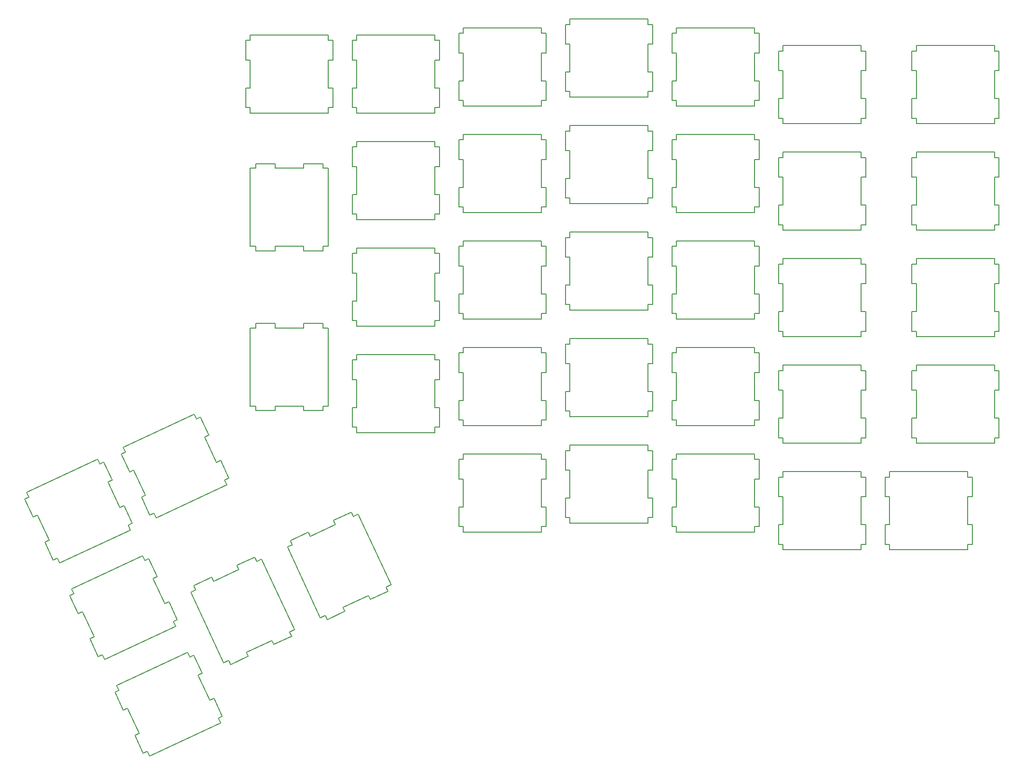
<source format=gbr>
G04 #@! TF.GenerationSoftware,KiCad,Pcbnew,5.0.2+dfsg1-1*
G04 #@! TF.CreationDate,2021-01-12T18:46:28+01:00*
G04 #@! TF.ProjectId,ErgoDOX,4572676f-444f-4582-9e6b-696361645f70,rev?*
G04 #@! TF.SameCoordinates,Original*
G04 #@! TF.FileFunction,Other,ECO2*
%FSLAX46Y46*%
G04 Gerber Fmt 4.6, Leading zero omitted, Abs format (unit mm)*
G04 Created by KiCad (PCBNEW 5.0.2+dfsg1-1) date Tue 12 Jan 2021 06:46:28 PM CET*
%MOMM*%
%LPD*%
G01*
G04 APERTURE LIST*
%ADD10C,0.152400*%
G04 APERTURE END LIST*
D10*
G04 #@! TO.C,SW1:9*
X103505000Y-134023100D02*
X103505000Y-133042660D01*
X102692200Y-134023100D02*
X103505000Y-134023100D01*
X102692200Y-137523220D02*
X102692200Y-134023100D01*
X103505000Y-137523220D02*
X102692200Y-137523220D01*
X103505000Y-142532100D02*
X103505000Y-137523220D01*
X102692200Y-142532100D02*
X103505000Y-142532100D01*
X102692200Y-146032220D02*
X102692200Y-142532100D01*
X103505000Y-146032220D02*
X102692200Y-146032220D01*
X103505000Y-147012660D02*
X103505000Y-146032220D01*
X117475000Y-147012660D02*
X103505000Y-147012660D01*
X117475000Y-146032220D02*
X117475000Y-147012660D01*
X118287800Y-146032220D02*
X117475000Y-146032220D01*
X118287800Y-142532100D02*
X118287800Y-146032220D01*
X117475000Y-142532100D02*
X118287800Y-142532100D01*
X117475000Y-137523220D02*
X117475000Y-142532100D01*
X118287800Y-137523220D02*
X117475000Y-137523220D01*
X118287800Y-134023100D02*
X118287800Y-137523220D01*
X117475000Y-134023100D02*
X118287800Y-134023100D01*
X117475000Y-133042660D02*
X117475000Y-134023100D01*
X103505000Y-133042660D02*
X117475000Y-133042660D01*
G04 #@! TO.C,SW0:10*
X78812869Y-161933677D02*
X77924289Y-162348028D01*
X79156373Y-162670324D02*
X78812869Y-161933677D01*
X82328559Y-161191109D02*
X79156373Y-162670324D01*
X81985055Y-160454462D02*
X82328559Y-161191109D01*
X86524642Y-158337618D02*
X81985055Y-160454462D01*
X86868146Y-159074265D02*
X86524642Y-158337618D01*
X90040332Y-157595050D02*
X86868146Y-159074265D01*
X89696828Y-156858403D02*
X90040332Y-157595050D01*
X90585408Y-156444051D02*
X89696828Y-156858403D01*
X84681431Y-143782932D02*
X90585408Y-156444051D01*
X83792851Y-144197283D02*
X84681431Y-143782932D01*
X83449347Y-143460636D02*
X83792851Y-144197283D01*
X80277161Y-144939851D02*
X83449347Y-143460636D01*
X80620665Y-145676498D02*
X80277161Y-144939851D01*
X76081078Y-147793342D02*
X80620665Y-145676498D01*
X75737574Y-147056695D02*
X76081078Y-147793342D01*
X72565388Y-148535910D02*
X75737574Y-147056695D01*
X72908892Y-149272557D02*
X72565388Y-148535910D01*
X72020312Y-149686909D02*
X72908892Y-149272557D01*
X77924289Y-162348028D02*
X72020312Y-149686909D01*
G04 #@! TO.C,SW1:13*
X179705000Y-136217660D02*
X193675000Y-136217660D01*
X193675000Y-136217660D02*
X193675000Y-137198100D01*
X193675000Y-137198100D02*
X194487800Y-137198100D01*
X194487800Y-137198100D02*
X194487800Y-140698220D01*
X194487800Y-140698220D02*
X193675000Y-140698220D01*
X193675000Y-140698220D02*
X193675000Y-145707100D01*
X193675000Y-145707100D02*
X194487800Y-145707100D01*
X194487800Y-145707100D02*
X194487800Y-149207220D01*
X194487800Y-149207220D02*
X193675000Y-149207220D01*
X193675000Y-149207220D02*
X193675000Y-150187660D01*
X193675000Y-150187660D02*
X179705000Y-150187660D01*
X179705000Y-150187660D02*
X179705000Y-149207220D01*
X179705000Y-149207220D02*
X178892200Y-149207220D01*
X178892200Y-149207220D02*
X178892200Y-145707100D01*
X178892200Y-145707100D02*
X179705000Y-145707100D01*
X179705000Y-145707100D02*
X179705000Y-140698220D01*
X179705000Y-140698220D02*
X178892200Y-140698220D01*
X178892200Y-140698220D02*
X178892200Y-137198100D01*
X178892200Y-137198100D02*
X179705000Y-137198100D01*
X179705000Y-137198100D02*
X179705000Y-136217660D01*
G04 #@! TO.C,SW2:13*
X184467500Y-117167660D02*
X198437500Y-117167660D01*
X198437500Y-117167660D02*
X198437500Y-118148100D01*
X198437500Y-118148100D02*
X199250300Y-118148100D01*
X199250300Y-118148100D02*
X199250300Y-121648220D01*
X199250300Y-121648220D02*
X198437500Y-121648220D01*
X198437500Y-121648220D02*
X198437500Y-126657100D01*
X198437500Y-126657100D02*
X199250300Y-126657100D01*
X199250300Y-126657100D02*
X199250300Y-130157220D01*
X199250300Y-130157220D02*
X198437500Y-130157220D01*
X198437500Y-130157220D02*
X198437500Y-131137660D01*
X198437500Y-131137660D02*
X184467500Y-131137660D01*
X184467500Y-131137660D02*
X184467500Y-130157220D01*
X184467500Y-130157220D02*
X183654700Y-130157220D01*
X183654700Y-130157220D02*
X183654700Y-126657100D01*
X183654700Y-126657100D02*
X184467500Y-126657100D01*
X184467500Y-126657100D02*
X184467500Y-121648220D01*
X184467500Y-121648220D02*
X183654700Y-121648220D01*
X183654700Y-121648220D02*
X183654700Y-118148100D01*
X183654700Y-118148100D02*
X184467500Y-118148100D01*
X184467500Y-118148100D02*
X184467500Y-117167660D01*
G04 #@! TO.C,SW3:13*
X184467500Y-99098100D02*
X184467500Y-98117660D01*
X183654700Y-99098100D02*
X184467500Y-99098100D01*
X183654700Y-102598220D02*
X183654700Y-99098100D01*
X184467500Y-102598220D02*
X183654700Y-102598220D01*
X184467500Y-107607100D02*
X184467500Y-102598220D01*
X183654700Y-107607100D02*
X184467500Y-107607100D01*
X183654700Y-111107220D02*
X183654700Y-107607100D01*
X184467500Y-111107220D02*
X183654700Y-111107220D01*
X184467500Y-112087660D02*
X184467500Y-111107220D01*
X198437500Y-112087660D02*
X184467500Y-112087660D01*
X198437500Y-111107220D02*
X198437500Y-112087660D01*
X199250300Y-111107220D02*
X198437500Y-111107220D01*
X199250300Y-107607100D02*
X199250300Y-111107220D01*
X198437500Y-107607100D02*
X199250300Y-107607100D01*
X198437500Y-102598220D02*
X198437500Y-107607100D01*
X199250300Y-102598220D02*
X198437500Y-102598220D01*
X199250300Y-99098100D02*
X199250300Y-102598220D01*
X198437500Y-99098100D02*
X199250300Y-99098100D01*
X198437500Y-98117660D02*
X198437500Y-99098100D01*
X184467500Y-98117660D02*
X198437500Y-98117660D01*
G04 #@! TO.C,SW4:13*
X184467500Y-80048100D02*
X184467500Y-79067660D01*
X183654700Y-80048100D02*
X184467500Y-80048100D01*
X183654700Y-83548220D02*
X183654700Y-80048100D01*
X184467500Y-83548220D02*
X183654700Y-83548220D01*
X184467500Y-88557100D02*
X184467500Y-83548220D01*
X183654700Y-88557100D02*
X184467500Y-88557100D01*
X183654700Y-92057220D02*
X183654700Y-88557100D01*
X184467500Y-92057220D02*
X183654700Y-92057220D01*
X184467500Y-93037660D02*
X184467500Y-92057220D01*
X198437500Y-93037660D02*
X184467500Y-93037660D01*
X198437500Y-92057220D02*
X198437500Y-93037660D01*
X199250300Y-92057220D02*
X198437500Y-92057220D01*
X199250300Y-88557100D02*
X199250300Y-92057220D01*
X198437500Y-88557100D02*
X199250300Y-88557100D01*
X198437500Y-83548220D02*
X198437500Y-88557100D01*
X199250300Y-83548220D02*
X198437500Y-83548220D01*
X199250300Y-80048100D02*
X199250300Y-83548220D01*
X198437500Y-80048100D02*
X199250300Y-80048100D01*
X198437500Y-79067660D02*
X198437500Y-80048100D01*
X184467500Y-79067660D02*
X198437500Y-79067660D01*
G04 #@! TO.C,SW5:13*
X184467500Y-60020200D02*
X198437500Y-60020200D01*
X198437500Y-60020200D02*
X198437500Y-61000640D01*
X198437500Y-61000640D02*
X199250300Y-61000640D01*
X199250300Y-61000640D02*
X199250300Y-64500760D01*
X199250300Y-64500760D02*
X198437500Y-64500760D01*
X198437500Y-64500760D02*
X198437500Y-69509640D01*
X198437500Y-69509640D02*
X199250300Y-69509640D01*
X199250300Y-69509640D02*
X199250300Y-73009760D01*
X199250300Y-73009760D02*
X198437500Y-73009760D01*
X198437500Y-73009760D02*
X198437500Y-73990200D01*
X198437500Y-73990200D02*
X184467500Y-73990200D01*
X184467500Y-73990200D02*
X184467500Y-73009760D01*
X184467500Y-73009760D02*
X183654700Y-73009760D01*
X183654700Y-73009760D02*
X183654700Y-69509640D01*
X183654700Y-69509640D02*
X184467500Y-69509640D01*
X184467500Y-69509640D02*
X184467500Y-64500760D01*
X184467500Y-64500760D02*
X183654700Y-64500760D01*
X183654700Y-64500760D02*
X183654700Y-61000640D01*
X183654700Y-61000640D02*
X184467500Y-61000640D01*
X184467500Y-61000640D02*
X184467500Y-60020200D01*
G04 #@! TO.C,SW5:8*
X84455000Y-59095640D02*
X84455000Y-58115200D01*
X83642200Y-59095640D02*
X84455000Y-59095640D01*
X83642200Y-62595760D02*
X83642200Y-59095640D01*
X84455000Y-62595760D02*
X83642200Y-62595760D01*
X84455000Y-67604640D02*
X84455000Y-62595760D01*
X83642200Y-67604640D02*
X84455000Y-67604640D01*
X83642200Y-71104760D02*
X83642200Y-67604640D01*
X84455000Y-71104760D02*
X83642200Y-71104760D01*
X84455000Y-72085200D02*
X84455000Y-71104760D01*
X98425000Y-72085200D02*
X84455000Y-72085200D01*
X98425000Y-71104760D02*
X98425000Y-72085200D01*
X99237800Y-71104760D02*
X98425000Y-71104760D01*
X99237800Y-67604640D02*
X99237800Y-71104760D01*
X98425000Y-67604640D02*
X99237800Y-67604640D01*
X98425000Y-62595760D02*
X98425000Y-67604640D01*
X99237800Y-62595760D02*
X98425000Y-62595760D01*
X99237800Y-59095640D02*
X99237800Y-62595760D01*
X98425000Y-59095640D02*
X99237800Y-59095640D01*
X98425000Y-58115200D02*
X98425000Y-59095640D01*
X84455000Y-58115200D02*
X98425000Y-58115200D01*
G04 #@! TO.C,SW4:11*
X141605000Y-76873100D02*
X141605000Y-75892660D01*
X140792200Y-76873100D02*
X141605000Y-76873100D01*
X140792200Y-80373220D02*
X140792200Y-76873100D01*
X141605000Y-80373220D02*
X140792200Y-80373220D01*
X141605000Y-85382100D02*
X141605000Y-80373220D01*
X140792200Y-85382100D02*
X141605000Y-85382100D01*
X140792200Y-88882220D02*
X140792200Y-85382100D01*
X141605000Y-88882220D02*
X140792200Y-88882220D01*
X141605000Y-89862660D02*
X141605000Y-88882220D01*
X155575000Y-89862660D02*
X141605000Y-89862660D01*
X155575000Y-88882220D02*
X155575000Y-89862660D01*
X156387800Y-88882220D02*
X155575000Y-88882220D01*
X156387800Y-85382100D02*
X156387800Y-88882220D01*
X155575000Y-85382100D02*
X156387800Y-85382100D01*
X155575000Y-80373220D02*
X155575000Y-85382100D01*
X156387800Y-80373220D02*
X155575000Y-80373220D01*
X156387800Y-76873100D02*
X156387800Y-80373220D01*
X155575000Y-76873100D02*
X156387800Y-76873100D01*
X155575000Y-75892660D02*
X155575000Y-76873100D01*
X141605000Y-75892660D02*
X155575000Y-75892660D01*
G04 #@! TO.C,SW0:11*
X61548489Y-169985477D02*
X60659909Y-170399828D01*
X61891993Y-170722124D02*
X61548489Y-169985477D01*
X65064179Y-169242909D02*
X61891993Y-170722124D01*
X64720675Y-168506262D02*
X65064179Y-169242909D01*
X69260262Y-166389418D02*
X64720675Y-168506262D01*
X69603766Y-167126065D02*
X69260262Y-166389418D01*
X72775952Y-165646850D02*
X69603766Y-167126065D01*
X72432448Y-164910203D02*
X72775952Y-165646850D01*
X73321028Y-164495851D02*
X72432448Y-164910203D01*
X67417051Y-151834732D02*
X73321028Y-164495851D01*
X66528471Y-152249083D02*
X67417051Y-151834732D01*
X66184967Y-151512436D02*
X66528471Y-152249083D01*
X63012781Y-152991651D02*
X66184967Y-151512436D01*
X63356285Y-153728298D02*
X63012781Y-152991651D01*
X58816698Y-155845142D02*
X63356285Y-153728298D01*
X58473194Y-155108495D02*
X58816698Y-155845142D01*
X55301008Y-156587710D02*
X58473194Y-155108495D01*
X55644512Y-157324357D02*
X55301008Y-156587710D01*
X54755932Y-157738709D02*
X55644512Y-157324357D01*
X60659909Y-170399828D02*
X54755932Y-157738709D01*
G04 #@! TO.C,SW1:10*
X122555000Y-132425440D02*
X122555000Y-131445000D01*
X121742200Y-132425440D02*
X122555000Y-132425440D01*
X121742200Y-135925560D02*
X121742200Y-132425440D01*
X122555000Y-135925560D02*
X121742200Y-135925560D01*
X122555000Y-140934440D02*
X122555000Y-135925560D01*
X121742200Y-140934440D02*
X122555000Y-140934440D01*
X121742200Y-144434560D02*
X121742200Y-140934440D01*
X122555000Y-144434560D02*
X121742200Y-144434560D01*
X122555000Y-145415000D02*
X122555000Y-144434560D01*
X136525000Y-145415000D02*
X122555000Y-145415000D01*
X136525000Y-144434560D02*
X136525000Y-145415000D01*
X137337800Y-144434560D02*
X136525000Y-144434560D01*
X137337800Y-140934440D02*
X137337800Y-144434560D01*
X136525000Y-140934440D02*
X137337800Y-140934440D01*
X136525000Y-135925560D02*
X136525000Y-140934440D01*
X137337800Y-135925560D02*
X136525000Y-135925560D01*
X137337800Y-132425440D02*
X137337800Y-135925560D01*
X136525000Y-132425440D02*
X137337800Y-132425440D01*
X136525000Y-131445000D02*
X136525000Y-132425440D01*
X122555000Y-131445000D02*
X136525000Y-131445000D01*
G04 #@! TO.C,SW1:12*
X160655000Y-137198100D02*
X160655000Y-136217660D01*
X159842200Y-137198100D02*
X160655000Y-137198100D01*
X159842200Y-140698220D02*
X159842200Y-137198100D01*
X160655000Y-140698220D02*
X159842200Y-140698220D01*
X160655000Y-145707100D02*
X160655000Y-140698220D01*
X159842200Y-145707100D02*
X160655000Y-145707100D01*
X159842200Y-149207220D02*
X159842200Y-145707100D01*
X160655000Y-149207220D02*
X159842200Y-149207220D01*
X160655000Y-150187660D02*
X160655000Y-149207220D01*
X174625000Y-150187660D02*
X160655000Y-150187660D01*
X174625000Y-149207220D02*
X174625000Y-150187660D01*
X175437800Y-149207220D02*
X174625000Y-149207220D01*
X175437800Y-145707100D02*
X175437800Y-149207220D01*
X174625000Y-145707100D02*
X175437800Y-145707100D01*
X174625000Y-140698220D02*
X174625000Y-145707100D01*
X175437800Y-140698220D02*
X174625000Y-140698220D01*
X175437800Y-137198100D02*
X175437800Y-140698220D01*
X174625000Y-137198100D02*
X175437800Y-137198100D01*
X174625000Y-136217660D02*
X174625000Y-137198100D01*
X160655000Y-136217660D02*
X174625000Y-136217660D01*
G04 #@! TO.C,SW2:8*
X84455000Y-116243100D02*
X84455000Y-115262660D01*
X83642200Y-116243100D02*
X84455000Y-116243100D01*
X83642200Y-119743220D02*
X83642200Y-116243100D01*
X84455000Y-119743220D02*
X83642200Y-119743220D01*
X84455000Y-124752100D02*
X84455000Y-119743220D01*
X83642200Y-124752100D02*
X84455000Y-124752100D01*
X83642200Y-128252220D02*
X83642200Y-124752100D01*
X84455000Y-128252220D02*
X83642200Y-128252220D01*
X84455000Y-129232660D02*
X84455000Y-128252220D01*
X98425000Y-129232660D02*
X84455000Y-129232660D01*
X98425000Y-128252220D02*
X98425000Y-129232660D01*
X99237800Y-128252220D02*
X98425000Y-128252220D01*
X99237800Y-124752100D02*
X99237800Y-128252220D01*
X98425000Y-124752100D02*
X99237800Y-124752100D01*
X98425000Y-119743220D02*
X98425000Y-124752100D01*
X99237800Y-119743220D02*
X98425000Y-119743220D01*
X99237800Y-116243100D02*
X99237800Y-119743220D01*
X98425000Y-116243100D02*
X99237800Y-116243100D01*
X98425000Y-115262660D02*
X98425000Y-116243100D01*
X84455000Y-115262660D02*
X98425000Y-115262660D01*
G04 #@! TO.C,SW2:9*
X103505000Y-114973100D02*
X103505000Y-113992660D01*
X102692200Y-114973100D02*
X103505000Y-114973100D01*
X102692200Y-118473220D02*
X102692200Y-114973100D01*
X103505000Y-118473220D02*
X102692200Y-118473220D01*
X103505000Y-123482100D02*
X103505000Y-118473220D01*
X102692200Y-123482100D02*
X103505000Y-123482100D01*
X102692200Y-126982220D02*
X102692200Y-123482100D01*
X103505000Y-126982220D02*
X102692200Y-126982220D01*
X103505000Y-127962660D02*
X103505000Y-126982220D01*
X117475000Y-127962660D02*
X103505000Y-127962660D01*
X117475000Y-126982220D02*
X117475000Y-127962660D01*
X118287800Y-126982220D02*
X117475000Y-126982220D01*
X118287800Y-123482100D02*
X118287800Y-126982220D01*
X117475000Y-123482100D02*
X118287800Y-123482100D01*
X117475000Y-118473220D02*
X117475000Y-123482100D01*
X118287800Y-118473220D02*
X117475000Y-118473220D01*
X118287800Y-114973100D02*
X118287800Y-118473220D01*
X117475000Y-114973100D02*
X118287800Y-114973100D01*
X117475000Y-113992660D02*
X117475000Y-114973100D01*
X103505000Y-113992660D02*
X117475000Y-113992660D01*
G04 #@! TO.C,SW2:10*
X122555000Y-113375440D02*
X122555000Y-112395000D01*
X121742200Y-113375440D02*
X122555000Y-113375440D01*
X121742200Y-116875560D02*
X121742200Y-113375440D01*
X122555000Y-116875560D02*
X121742200Y-116875560D01*
X122555000Y-121884440D02*
X122555000Y-116875560D01*
X121742200Y-121884440D02*
X122555000Y-121884440D01*
X121742200Y-125384560D02*
X121742200Y-121884440D01*
X122555000Y-125384560D02*
X121742200Y-125384560D01*
X122555000Y-126365000D02*
X122555000Y-125384560D01*
X136525000Y-126365000D02*
X122555000Y-126365000D01*
X136525000Y-125384560D02*
X136525000Y-126365000D01*
X137337800Y-125384560D02*
X136525000Y-125384560D01*
X137337800Y-121884440D02*
X137337800Y-125384560D01*
X136525000Y-121884440D02*
X137337800Y-121884440D01*
X136525000Y-116875560D02*
X136525000Y-121884440D01*
X137337800Y-116875560D02*
X136525000Y-116875560D01*
X137337800Y-113375440D02*
X137337800Y-116875560D01*
X136525000Y-113375440D02*
X137337800Y-113375440D01*
X136525000Y-112395000D02*
X136525000Y-113375440D01*
X122555000Y-112395000D02*
X136525000Y-112395000D01*
G04 #@! TO.C,SW2:11*
X141605000Y-114973100D02*
X141605000Y-113992660D01*
X140792200Y-114973100D02*
X141605000Y-114973100D01*
X140792200Y-118473220D02*
X140792200Y-114973100D01*
X141605000Y-118473220D02*
X140792200Y-118473220D01*
X141605000Y-123482100D02*
X141605000Y-118473220D01*
X140792200Y-123482100D02*
X141605000Y-123482100D01*
X140792200Y-126982220D02*
X140792200Y-123482100D01*
X141605000Y-126982220D02*
X140792200Y-126982220D01*
X141605000Y-127962660D02*
X141605000Y-126982220D01*
X155575000Y-127962660D02*
X141605000Y-127962660D01*
X155575000Y-126982220D02*
X155575000Y-127962660D01*
X156387800Y-126982220D02*
X155575000Y-126982220D01*
X156387800Y-123482100D02*
X156387800Y-126982220D01*
X155575000Y-123482100D02*
X156387800Y-123482100D01*
X155575000Y-118473220D02*
X155575000Y-123482100D01*
X156387800Y-118473220D02*
X155575000Y-118473220D01*
X156387800Y-114973100D02*
X156387800Y-118473220D01*
X155575000Y-114973100D02*
X156387800Y-114973100D01*
X155575000Y-113992660D02*
X155575000Y-114973100D01*
X141605000Y-113992660D02*
X155575000Y-113992660D01*
G04 #@! TO.C,SW2:12*
X160655000Y-118148100D02*
X160655000Y-117167660D01*
X159842200Y-118148100D02*
X160655000Y-118148100D01*
X159842200Y-121648220D02*
X159842200Y-118148100D01*
X160655000Y-121648220D02*
X159842200Y-121648220D01*
X160655000Y-126657100D02*
X160655000Y-121648220D01*
X159842200Y-126657100D02*
X160655000Y-126657100D01*
X159842200Y-130157220D02*
X159842200Y-126657100D01*
X160655000Y-130157220D02*
X159842200Y-130157220D01*
X160655000Y-131137660D02*
X160655000Y-130157220D01*
X174625000Y-131137660D02*
X160655000Y-131137660D01*
X174625000Y-130157220D02*
X174625000Y-131137660D01*
X175437800Y-130157220D02*
X174625000Y-130157220D01*
X175437800Y-126657100D02*
X175437800Y-130157220D01*
X174625000Y-126657100D02*
X175437800Y-126657100D01*
X174625000Y-121648220D02*
X174625000Y-126657100D01*
X175437800Y-121648220D02*
X174625000Y-121648220D01*
X175437800Y-118148100D02*
X175437800Y-121648220D01*
X174625000Y-118148100D02*
X175437800Y-118148100D01*
X174625000Y-117167660D02*
X174625000Y-118148100D01*
X160655000Y-117167660D02*
X174625000Y-117167660D01*
G04 #@! TO.C,SW3:8*
X84455000Y-97193100D02*
X84455000Y-96212660D01*
X83642200Y-97193100D02*
X84455000Y-97193100D01*
X83642200Y-100693220D02*
X83642200Y-97193100D01*
X84455000Y-100693220D02*
X83642200Y-100693220D01*
X84455000Y-105702100D02*
X84455000Y-100693220D01*
X83642200Y-105702100D02*
X84455000Y-105702100D01*
X83642200Y-109202220D02*
X83642200Y-105702100D01*
X84455000Y-109202220D02*
X83642200Y-109202220D01*
X84455000Y-110182660D02*
X84455000Y-109202220D01*
X98425000Y-110182660D02*
X84455000Y-110182660D01*
X98425000Y-109202220D02*
X98425000Y-110182660D01*
X99237800Y-109202220D02*
X98425000Y-109202220D01*
X99237800Y-105702100D02*
X99237800Y-109202220D01*
X98425000Y-105702100D02*
X99237800Y-105702100D01*
X98425000Y-100693220D02*
X98425000Y-105702100D01*
X99237800Y-100693220D02*
X98425000Y-100693220D01*
X99237800Y-97193100D02*
X99237800Y-100693220D01*
X98425000Y-97193100D02*
X99237800Y-97193100D01*
X98425000Y-96212660D02*
X98425000Y-97193100D01*
X84455000Y-96212660D02*
X98425000Y-96212660D01*
G04 #@! TO.C,SW3:9*
X103505000Y-95923100D02*
X103505000Y-94942660D01*
X102692200Y-95923100D02*
X103505000Y-95923100D01*
X102692200Y-99423220D02*
X102692200Y-95923100D01*
X103505000Y-99423220D02*
X102692200Y-99423220D01*
X103505000Y-104432100D02*
X103505000Y-99423220D01*
X102692200Y-104432100D02*
X103505000Y-104432100D01*
X102692200Y-107932220D02*
X102692200Y-104432100D01*
X103505000Y-107932220D02*
X102692200Y-107932220D01*
X103505000Y-108912660D02*
X103505000Y-107932220D01*
X117475000Y-108912660D02*
X103505000Y-108912660D01*
X117475000Y-107932220D02*
X117475000Y-108912660D01*
X118287800Y-107932220D02*
X117475000Y-107932220D01*
X118287800Y-104432100D02*
X118287800Y-107932220D01*
X117475000Y-104432100D02*
X118287800Y-104432100D01*
X117475000Y-99423220D02*
X117475000Y-104432100D01*
X118287800Y-99423220D02*
X117475000Y-99423220D01*
X118287800Y-95923100D02*
X118287800Y-99423220D01*
X117475000Y-95923100D02*
X118287800Y-95923100D01*
X117475000Y-94942660D02*
X117475000Y-95923100D01*
X103505000Y-94942660D02*
X117475000Y-94942660D01*
G04 #@! TO.C,SW3:10*
X122555000Y-94325440D02*
X122555000Y-93345000D01*
X121742200Y-94325440D02*
X122555000Y-94325440D01*
X121742200Y-97825560D02*
X121742200Y-94325440D01*
X122555000Y-97825560D02*
X121742200Y-97825560D01*
X122555000Y-102834440D02*
X122555000Y-97825560D01*
X121742200Y-102834440D02*
X122555000Y-102834440D01*
X121742200Y-106334560D02*
X121742200Y-102834440D01*
X122555000Y-106334560D02*
X121742200Y-106334560D01*
X122555000Y-107315000D02*
X122555000Y-106334560D01*
X136525000Y-107315000D02*
X122555000Y-107315000D01*
X136525000Y-106334560D02*
X136525000Y-107315000D01*
X137337800Y-106334560D02*
X136525000Y-106334560D01*
X137337800Y-102834440D02*
X137337800Y-106334560D01*
X136525000Y-102834440D02*
X137337800Y-102834440D01*
X136525000Y-97825560D02*
X136525000Y-102834440D01*
X137337800Y-97825560D02*
X136525000Y-97825560D01*
X137337800Y-94325440D02*
X137337800Y-97825560D01*
X136525000Y-94325440D02*
X137337800Y-94325440D01*
X136525000Y-93345000D02*
X136525000Y-94325440D01*
X122555000Y-93345000D02*
X136525000Y-93345000D01*
G04 #@! TO.C,SW3:11*
X141605000Y-95923100D02*
X141605000Y-94942660D01*
X140792200Y-95923100D02*
X141605000Y-95923100D01*
X140792200Y-99423220D02*
X140792200Y-95923100D01*
X141605000Y-99423220D02*
X140792200Y-99423220D01*
X141605000Y-104432100D02*
X141605000Y-99423220D01*
X140792200Y-104432100D02*
X141605000Y-104432100D01*
X140792200Y-107932220D02*
X140792200Y-104432100D01*
X141605000Y-107932220D02*
X140792200Y-107932220D01*
X141605000Y-108912660D02*
X141605000Y-107932220D01*
X155575000Y-108912660D02*
X141605000Y-108912660D01*
X155575000Y-107932220D02*
X155575000Y-108912660D01*
X156387800Y-107932220D02*
X155575000Y-107932220D01*
X156387800Y-104432100D02*
X156387800Y-107932220D01*
X155575000Y-104432100D02*
X156387800Y-104432100D01*
X155575000Y-99423220D02*
X155575000Y-104432100D01*
X156387800Y-99423220D02*
X155575000Y-99423220D01*
X156387800Y-95923100D02*
X156387800Y-99423220D01*
X155575000Y-95923100D02*
X156387800Y-95923100D01*
X155575000Y-94942660D02*
X155575000Y-95923100D01*
X141605000Y-94942660D02*
X155575000Y-94942660D01*
G04 #@! TO.C,SW4:9*
X103505000Y-76873100D02*
X103505000Y-75892660D01*
X102692200Y-76873100D02*
X103505000Y-76873100D01*
X102692200Y-80373220D02*
X102692200Y-76873100D01*
X103505000Y-80373220D02*
X102692200Y-80373220D01*
X103505000Y-85382100D02*
X103505000Y-80373220D01*
X102692200Y-85382100D02*
X103505000Y-85382100D01*
X102692200Y-88882220D02*
X102692200Y-85382100D01*
X103505000Y-88882220D02*
X102692200Y-88882220D01*
X103505000Y-89862660D02*
X103505000Y-88882220D01*
X117475000Y-89862660D02*
X103505000Y-89862660D01*
X117475000Y-88882220D02*
X117475000Y-89862660D01*
X118287800Y-88882220D02*
X117475000Y-88882220D01*
X118287800Y-85382100D02*
X118287800Y-88882220D01*
X117475000Y-85382100D02*
X118287800Y-85382100D01*
X117475000Y-80373220D02*
X117475000Y-85382100D01*
X118287800Y-80373220D02*
X117475000Y-80373220D01*
X118287800Y-76873100D02*
X118287800Y-80373220D01*
X117475000Y-76873100D02*
X118287800Y-76873100D01*
X117475000Y-75892660D02*
X117475000Y-76873100D01*
X103505000Y-75892660D02*
X117475000Y-75892660D01*
G04 #@! TO.C,SW4:10*
X122555000Y-75275440D02*
X122555000Y-74295000D01*
X121742200Y-75275440D02*
X122555000Y-75275440D01*
X121742200Y-78775560D02*
X121742200Y-75275440D01*
X122555000Y-78775560D02*
X121742200Y-78775560D01*
X122555000Y-83784440D02*
X122555000Y-78775560D01*
X121742200Y-83784440D02*
X122555000Y-83784440D01*
X121742200Y-87284560D02*
X121742200Y-83784440D01*
X122555000Y-87284560D02*
X121742200Y-87284560D01*
X122555000Y-88265000D02*
X122555000Y-87284560D01*
X136525000Y-88265000D02*
X122555000Y-88265000D01*
X136525000Y-87284560D02*
X136525000Y-88265000D01*
X137337800Y-87284560D02*
X136525000Y-87284560D01*
X137337800Y-83784440D02*
X137337800Y-87284560D01*
X136525000Y-83784440D02*
X137337800Y-83784440D01*
X136525000Y-78775560D02*
X136525000Y-83784440D01*
X137337800Y-78775560D02*
X136525000Y-78775560D01*
X137337800Y-75275440D02*
X137337800Y-78775560D01*
X136525000Y-75275440D02*
X137337800Y-75275440D01*
X136525000Y-74295000D02*
X136525000Y-75275440D01*
X122555000Y-74295000D02*
X136525000Y-74295000D01*
G04 #@! TO.C,SW4:12*
X160655000Y-80048100D02*
X160655000Y-79067660D01*
X159842200Y-80048100D02*
X160655000Y-80048100D01*
X159842200Y-83548220D02*
X159842200Y-80048100D01*
X160655000Y-83548220D02*
X159842200Y-83548220D01*
X160655000Y-88557100D02*
X160655000Y-83548220D01*
X159842200Y-88557100D02*
X160655000Y-88557100D01*
X159842200Y-92057220D02*
X159842200Y-88557100D01*
X160655000Y-92057220D02*
X159842200Y-92057220D01*
X160655000Y-93037660D02*
X160655000Y-92057220D01*
X174625000Y-93037660D02*
X160655000Y-93037660D01*
X174625000Y-92057220D02*
X174625000Y-93037660D01*
X175437800Y-92057220D02*
X174625000Y-92057220D01*
X175437800Y-88557100D02*
X175437800Y-92057220D01*
X174625000Y-88557100D02*
X175437800Y-88557100D01*
X174625000Y-83548220D02*
X174625000Y-88557100D01*
X175437800Y-83548220D02*
X174625000Y-83548220D01*
X175437800Y-80048100D02*
X175437800Y-83548220D01*
X174625000Y-80048100D02*
X175437800Y-80048100D01*
X174625000Y-79067660D02*
X174625000Y-80048100D01*
X160655000Y-79067660D02*
X174625000Y-79067660D01*
G04 #@! TO.C,SW1:11*
X141605000Y-134023100D02*
X141605000Y-133042660D01*
X140792200Y-134023100D02*
X141605000Y-134023100D01*
X140792200Y-137523220D02*
X140792200Y-134023100D01*
X141605000Y-137523220D02*
X140792200Y-137523220D01*
X141605000Y-142532100D02*
X141605000Y-137523220D01*
X140792200Y-142532100D02*
X141605000Y-142532100D01*
X140792200Y-146032220D02*
X140792200Y-142532100D01*
X141605000Y-146032220D02*
X140792200Y-146032220D01*
X141605000Y-147012660D02*
X141605000Y-146032220D01*
X155575000Y-147012660D02*
X141605000Y-147012660D01*
X155575000Y-146032220D02*
X155575000Y-147012660D01*
X156387800Y-146032220D02*
X155575000Y-146032220D01*
X156387800Y-142532100D02*
X156387800Y-146032220D01*
X155575000Y-142532100D02*
X156387800Y-142532100D01*
X155575000Y-137523220D02*
X155575000Y-142532100D01*
X156387800Y-137523220D02*
X155575000Y-137523220D01*
X156387800Y-134023100D02*
X156387800Y-137523220D01*
X155575000Y-134023100D02*
X156387800Y-134023100D01*
X155575000Y-133042660D02*
X155575000Y-134023100D01*
X141605000Y-133042660D02*
X155575000Y-133042660D01*
G04 #@! TO.C,SW5:9*
X103505000Y-57823100D02*
X103505000Y-56842660D01*
X102692200Y-57823100D02*
X103505000Y-57823100D01*
X102692200Y-61323220D02*
X102692200Y-57823100D01*
X103505000Y-61323220D02*
X102692200Y-61323220D01*
X103505000Y-66332100D02*
X103505000Y-61323220D01*
X102692200Y-66332100D02*
X103505000Y-66332100D01*
X102692200Y-69832220D02*
X102692200Y-66332100D01*
X103505000Y-69832220D02*
X102692200Y-69832220D01*
X103505000Y-70812660D02*
X103505000Y-69832220D01*
X117475000Y-70812660D02*
X103505000Y-70812660D01*
X117475000Y-69832220D02*
X117475000Y-70812660D01*
X118287800Y-69832220D02*
X117475000Y-69832220D01*
X118287800Y-66332100D02*
X118287800Y-69832220D01*
X117475000Y-66332100D02*
X118287800Y-66332100D01*
X117475000Y-61323220D02*
X117475000Y-66332100D01*
X118287800Y-61323220D02*
X117475000Y-61323220D01*
X118287800Y-57823100D02*
X118287800Y-61323220D01*
X117475000Y-57823100D02*
X118287800Y-57823100D01*
X117475000Y-56842660D02*
X117475000Y-57823100D01*
X103505000Y-56842660D02*
X117475000Y-56842660D01*
G04 #@! TO.C,SW5:10*
X122555000Y-56225440D02*
X122555000Y-55245000D01*
X121742200Y-56225440D02*
X122555000Y-56225440D01*
X121742200Y-59725560D02*
X121742200Y-56225440D01*
X122555000Y-59725560D02*
X121742200Y-59725560D01*
X122555000Y-64734440D02*
X122555000Y-59725560D01*
X121742200Y-64734440D02*
X122555000Y-64734440D01*
X121742200Y-68234560D02*
X121742200Y-64734440D01*
X122555000Y-68234560D02*
X121742200Y-68234560D01*
X122555000Y-69215000D02*
X122555000Y-68234560D01*
X136525000Y-69215000D02*
X122555000Y-69215000D01*
X136525000Y-68234560D02*
X136525000Y-69215000D01*
X137337800Y-68234560D02*
X136525000Y-68234560D01*
X137337800Y-64734440D02*
X137337800Y-68234560D01*
X136525000Y-64734440D02*
X137337800Y-64734440D01*
X136525000Y-59725560D02*
X136525000Y-64734440D01*
X137337800Y-59725560D02*
X136525000Y-59725560D01*
X137337800Y-56225440D02*
X137337800Y-59725560D01*
X136525000Y-56225440D02*
X137337800Y-56225440D01*
X136525000Y-55245000D02*
X136525000Y-56225440D01*
X122555000Y-55245000D02*
X136525000Y-55245000D01*
G04 #@! TO.C,SW5:11*
X141605000Y-57823100D02*
X141605000Y-56842660D01*
X140792200Y-57823100D02*
X141605000Y-57823100D01*
X140792200Y-61323220D02*
X140792200Y-57823100D01*
X141605000Y-61323220D02*
X140792200Y-61323220D01*
X141605000Y-66332100D02*
X141605000Y-61323220D01*
X140792200Y-66332100D02*
X141605000Y-66332100D01*
X140792200Y-69832220D02*
X140792200Y-66332100D01*
X141605000Y-69832220D02*
X140792200Y-69832220D01*
X141605000Y-70812660D02*
X141605000Y-69832220D01*
X155575000Y-70812660D02*
X141605000Y-70812660D01*
X155575000Y-69832220D02*
X155575000Y-70812660D01*
X156387800Y-69832220D02*
X155575000Y-69832220D01*
X156387800Y-66332100D02*
X156387800Y-69832220D01*
X155575000Y-66332100D02*
X156387800Y-66332100D01*
X155575000Y-61323220D02*
X155575000Y-66332100D01*
X156387800Y-61323220D02*
X155575000Y-61323220D01*
X156387800Y-57823100D02*
X156387800Y-61323220D01*
X155575000Y-57823100D02*
X156387800Y-57823100D01*
X155575000Y-56842660D02*
X155575000Y-57823100D01*
X141605000Y-56842660D02*
X155575000Y-56842660D01*
G04 #@! TO.C,SW5:12*
X160655000Y-61000640D02*
X160655000Y-60020200D01*
X159842200Y-61000640D02*
X160655000Y-61000640D01*
X159842200Y-64500760D02*
X159842200Y-61000640D01*
X160655000Y-64500760D02*
X159842200Y-64500760D01*
X160655000Y-69509640D02*
X160655000Y-64500760D01*
X159842200Y-69509640D02*
X160655000Y-69509640D01*
X159842200Y-73009760D02*
X159842200Y-69509640D01*
X160655000Y-73009760D02*
X159842200Y-73009760D01*
X160655000Y-73990200D02*
X160655000Y-73009760D01*
X174625000Y-73990200D02*
X160655000Y-73990200D01*
X174625000Y-73009760D02*
X174625000Y-73990200D01*
X175437800Y-73009760D02*
X174625000Y-73009760D01*
X175437800Y-69509640D02*
X175437800Y-73009760D01*
X174625000Y-69509640D02*
X175437800Y-69509640D01*
X174625000Y-64500760D02*
X174625000Y-69509640D01*
X175437800Y-64500760D02*
X174625000Y-64500760D01*
X175437800Y-61000640D02*
X175437800Y-64500760D01*
X174625000Y-61000640D02*
X175437800Y-61000640D01*
X174625000Y-60020200D02*
X174625000Y-61000640D01*
X160655000Y-60020200D02*
X174625000Y-60020200D01*
G04 #@! TO.C,SW0:8*
X43095123Y-132729449D02*
X42680772Y-131840869D01*
X42358476Y-133072953D02*
X43095123Y-132729449D01*
X43837691Y-136245139D02*
X42358476Y-133072953D01*
X44574338Y-135901635D02*
X43837691Y-136245139D01*
X46691182Y-140441222D02*
X44574338Y-135901635D01*
X45954535Y-140784726D02*
X46691182Y-140441222D01*
X47433750Y-143956912D02*
X45954535Y-140784726D01*
X48170397Y-143613408D02*
X47433750Y-143956912D01*
X48584749Y-144501988D02*
X48170397Y-143613408D01*
X61245868Y-138598011D02*
X48584749Y-144501988D01*
X60831517Y-137709431D02*
X61245868Y-138598011D01*
X61568164Y-137365927D02*
X60831517Y-137709431D01*
X60088949Y-134193741D02*
X61568164Y-137365927D01*
X59352302Y-134537245D02*
X60088949Y-134193741D01*
X57235458Y-129997658D02*
X59352302Y-134537245D01*
X57972105Y-129654154D02*
X57235458Y-129997658D01*
X56492890Y-126481968D02*
X57972105Y-129654154D01*
X55756243Y-126825472D02*
X56492890Y-126481968D01*
X55341891Y-125936892D02*
X55756243Y-126825472D01*
X42680772Y-131840869D02*
X55341891Y-125936892D01*
G04 #@! TO.C,SW0:7*
X25830743Y-140778709D02*
X25416392Y-139890129D01*
X25094096Y-141122213D02*
X25830743Y-140778709D01*
X26573311Y-144294399D02*
X25094096Y-141122213D01*
X27309958Y-143950895D02*
X26573311Y-144294399D01*
X29426802Y-148490482D02*
X27309958Y-143950895D01*
X28690155Y-148833986D02*
X29426802Y-148490482D01*
X30169370Y-152006172D02*
X28690155Y-148833986D01*
X30906017Y-151662668D02*
X30169370Y-152006172D01*
X31320369Y-152551248D02*
X30906017Y-151662668D01*
X43981488Y-146647271D02*
X31320369Y-152551248D01*
X43567137Y-145758691D02*
X43981488Y-146647271D01*
X44303784Y-145415187D02*
X43567137Y-145758691D01*
X42824569Y-142243001D02*
X44303784Y-145415187D01*
X42087922Y-142586505D02*
X42824569Y-142243001D01*
X39971078Y-138046918D02*
X42087922Y-142586505D01*
X40707725Y-137703414D02*
X39971078Y-138046918D01*
X39228510Y-134531228D02*
X40707725Y-137703414D01*
X38491863Y-134874732D02*
X39228510Y-134531228D01*
X38077511Y-133986152D02*
X38491863Y-134874732D01*
X25416392Y-139890129D02*
X38077511Y-133986152D01*
G04 #@! TO.C,SW0:12*
X41931803Y-175310009D02*
X41517452Y-174421429D01*
X41195156Y-175653513D02*
X41931803Y-175310009D01*
X42674371Y-178825699D02*
X41195156Y-175653513D01*
X43411018Y-178482195D02*
X42674371Y-178825699D01*
X45527862Y-183021782D02*
X43411018Y-178482195D01*
X44791215Y-183365286D02*
X45527862Y-183021782D01*
X46270430Y-186537472D02*
X44791215Y-183365286D01*
X47007077Y-186193968D02*
X46270430Y-186537472D01*
X47421429Y-187082548D02*
X47007077Y-186193968D01*
X60082548Y-181178571D02*
X47421429Y-187082548D01*
X59668197Y-180289991D02*
X60082548Y-181178571D01*
X60404844Y-179946487D02*
X59668197Y-180289991D01*
X58925629Y-176774301D02*
X60404844Y-179946487D01*
X58188982Y-177117805D02*
X58925629Y-176774301D01*
X56072138Y-172578218D02*
X58188982Y-177117805D01*
X56808785Y-172234714D02*
X56072138Y-172578218D01*
X55329570Y-169062528D02*
X56808785Y-172234714D01*
X54592923Y-169406032D02*
X55329570Y-169062528D01*
X54178571Y-168517452D02*
X54592923Y-169406032D01*
X41517452Y-174421429D02*
X54178571Y-168517452D01*
G04 #@! TO.C,SW0:9*
X33880003Y-158043089D02*
X33465652Y-157154509D01*
X33143356Y-158386593D02*
X33880003Y-158043089D01*
X34622571Y-161558779D02*
X33143356Y-158386593D01*
X35359218Y-161215275D02*
X34622571Y-161558779D01*
X37476062Y-165754862D02*
X35359218Y-161215275D01*
X36739415Y-166098366D02*
X37476062Y-165754862D01*
X38218630Y-169270552D02*
X36739415Y-166098366D01*
X38955277Y-168927048D02*
X38218630Y-169270552D01*
X39369629Y-169815628D02*
X38955277Y-168927048D01*
X52030748Y-163911651D02*
X39369629Y-169815628D01*
X51616397Y-163023071D02*
X52030748Y-163911651D01*
X52353044Y-162679567D02*
X51616397Y-163023071D01*
X50873829Y-159507381D02*
X52353044Y-162679567D01*
X50137182Y-159850885D02*
X50873829Y-159507381D01*
X48020338Y-155311298D02*
X50137182Y-159850885D01*
X48756985Y-154967794D02*
X48020338Y-155311298D01*
X47277770Y-151795608D02*
X48756985Y-154967794D01*
X46541123Y-152139112D02*
X47277770Y-151795608D01*
X46126771Y-151250532D02*
X46541123Y-152139112D01*
X33465652Y-157154509D02*
X46126771Y-151250532D01*
G04 #@! TO.C,SW4:8*
X84455000Y-78143100D02*
X84455000Y-77162660D01*
X83642200Y-78143100D02*
X84455000Y-78143100D01*
X83642200Y-81643220D02*
X83642200Y-78143100D01*
X84455000Y-81643220D02*
X83642200Y-81643220D01*
X84455000Y-86652100D02*
X84455000Y-81643220D01*
X83642200Y-86652100D02*
X84455000Y-86652100D01*
X83642200Y-90152220D02*
X83642200Y-86652100D01*
X84455000Y-90152220D02*
X83642200Y-90152220D01*
X84455000Y-91132660D02*
X84455000Y-90152220D01*
X98425000Y-91132660D02*
X84455000Y-91132660D01*
X98425000Y-90152220D02*
X98425000Y-91132660D01*
X99237800Y-90152220D02*
X98425000Y-90152220D01*
X99237800Y-86652100D02*
X99237800Y-90152220D01*
X98425000Y-86652100D02*
X99237800Y-86652100D01*
X98425000Y-81643220D02*
X98425000Y-86652100D01*
X99237800Y-81643220D02*
X98425000Y-81643220D01*
X99237800Y-78143100D02*
X99237800Y-81643220D01*
X98425000Y-78143100D02*
X99237800Y-78143100D01*
X98425000Y-77162660D02*
X98425000Y-78143100D01*
X84455000Y-77162660D02*
X98425000Y-77162660D01*
G04 #@! TO.C,SW2:7*
X66385440Y-124470160D02*
X65405000Y-124470160D01*
X66385440Y-125282960D02*
X66385440Y-124470160D01*
X69885560Y-125282960D02*
X66385440Y-125282960D01*
X69885560Y-124470160D02*
X69885560Y-125282960D01*
X74894440Y-124470160D02*
X69885560Y-124470160D01*
X74894440Y-125282960D02*
X74894440Y-124470160D01*
X78394560Y-125282960D02*
X74894440Y-125282960D01*
X78394560Y-124470160D02*
X78394560Y-125282960D01*
X79375000Y-124470160D02*
X78394560Y-124470160D01*
X79375000Y-110500160D02*
X79375000Y-124470160D01*
X78394560Y-110500160D02*
X79375000Y-110500160D01*
X78394560Y-109687360D02*
X78394560Y-110500160D01*
X74894440Y-109687360D02*
X78394560Y-109687360D01*
X74894440Y-110500160D02*
X74894440Y-109687360D01*
X69885560Y-110500160D02*
X74894440Y-110500160D01*
X69885560Y-109687360D02*
X69885560Y-110500160D01*
X66385440Y-109687360D02*
X69885560Y-109687360D01*
X66385440Y-110500160D02*
X66385440Y-109687360D01*
X65405000Y-110500160D02*
X66385440Y-110500160D01*
X65405000Y-124470160D02*
X65405000Y-110500160D01*
G04 #@! TO.C,SW4:7*
X66385440Y-95895160D02*
X65405000Y-95895160D01*
X66385440Y-96707960D02*
X66385440Y-95895160D01*
X69885560Y-96707960D02*
X66385440Y-96707960D01*
X69885560Y-95895160D02*
X69885560Y-96707960D01*
X74894440Y-95895160D02*
X69885560Y-95895160D01*
X74894440Y-96707960D02*
X74894440Y-95895160D01*
X78394560Y-96707960D02*
X74894440Y-96707960D01*
X78394560Y-95895160D02*
X78394560Y-96707960D01*
X79375000Y-95895160D02*
X78394560Y-95895160D01*
X79375000Y-81925160D02*
X79375000Y-95895160D01*
X78394560Y-81925160D02*
X79375000Y-81925160D01*
X78394560Y-81112360D02*
X78394560Y-81925160D01*
X74894440Y-81112360D02*
X78394560Y-81112360D01*
X74894440Y-81925160D02*
X74894440Y-81112360D01*
X69885560Y-81925160D02*
X74894440Y-81925160D01*
X69885560Y-81112360D02*
X69885560Y-81925160D01*
X66385440Y-81112360D02*
X69885560Y-81112360D01*
X66385440Y-81925160D02*
X66385440Y-81112360D01*
X65405000Y-81925160D02*
X66385440Y-81925160D01*
X65405000Y-95895160D02*
X65405000Y-81925160D01*
G04 #@! TO.C,SW5:7*
X65405000Y-59095640D02*
X65405000Y-58115200D01*
X64592200Y-59095640D02*
X65405000Y-59095640D01*
X64592200Y-62595760D02*
X64592200Y-59095640D01*
X65405000Y-62595760D02*
X64592200Y-62595760D01*
X65405000Y-67604640D02*
X65405000Y-62595760D01*
X64592200Y-67604640D02*
X65405000Y-67604640D01*
X64592200Y-71104760D02*
X64592200Y-67604640D01*
X65405000Y-71104760D02*
X64592200Y-71104760D01*
X65405000Y-72085200D02*
X65405000Y-71104760D01*
X79375000Y-72085200D02*
X65405000Y-72085200D01*
X79375000Y-71104760D02*
X79375000Y-72085200D01*
X80187800Y-71104760D02*
X79375000Y-71104760D01*
X80187800Y-67604640D02*
X80187800Y-71104760D01*
X79375000Y-67604640D02*
X80187800Y-67604640D01*
X79375000Y-62595760D02*
X79375000Y-67604640D01*
X80187800Y-62595760D02*
X79375000Y-62595760D01*
X80187800Y-59095640D02*
X80187800Y-62595760D01*
X79375000Y-59095640D02*
X80187800Y-59095640D01*
X79375000Y-58115200D02*
X79375000Y-59095640D01*
X65405000Y-58115200D02*
X79375000Y-58115200D01*
G04 #@! TO.C,SW3:12*
X160655000Y-99098100D02*
X160655000Y-98117660D01*
X159842200Y-99098100D02*
X160655000Y-99098100D01*
X159842200Y-102598220D02*
X159842200Y-99098100D01*
X160655000Y-102598220D02*
X159842200Y-102598220D01*
X160655000Y-107607100D02*
X160655000Y-102598220D01*
X159842200Y-107607100D02*
X160655000Y-107607100D01*
X159842200Y-111107220D02*
X159842200Y-107607100D01*
X160655000Y-111107220D02*
X159842200Y-111107220D01*
X160655000Y-112087660D02*
X160655000Y-111107220D01*
X174625000Y-112087660D02*
X160655000Y-112087660D01*
X174625000Y-111107220D02*
X174625000Y-112087660D01*
X175437800Y-111107220D02*
X174625000Y-111107220D01*
X175437800Y-107607100D02*
X175437800Y-111107220D01*
X174625000Y-107607100D02*
X175437800Y-107607100D01*
X174625000Y-102598220D02*
X174625000Y-107607100D01*
X175437800Y-102598220D02*
X174625000Y-102598220D01*
X175437800Y-99098100D02*
X175437800Y-102598220D01*
X174625000Y-99098100D02*
X175437800Y-99098100D01*
X174625000Y-98117660D02*
X174625000Y-99098100D01*
X160655000Y-98117660D02*
X174625000Y-98117660D01*
G04 #@! TD*
M02*

</source>
